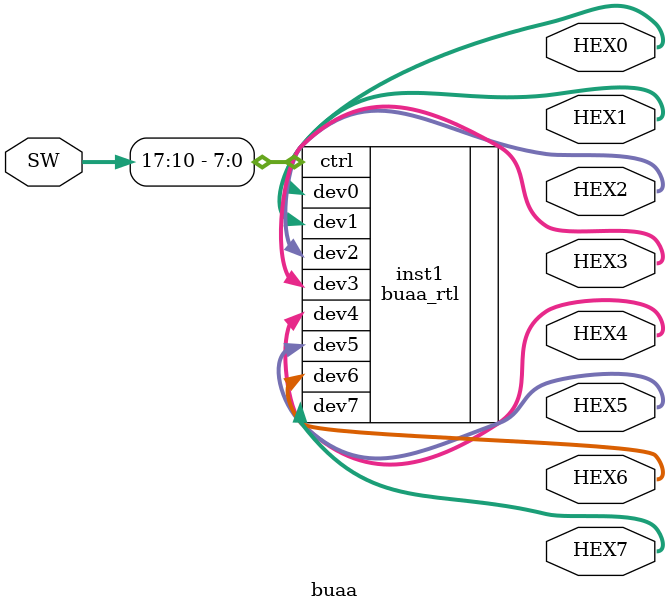
<source format=v>
module buaa(
    input [17:0] SW, 
    output [6:0] HEX0, 
    output [6:0] HEX1, 
    output [6:0] HEX2, 
    output [6:0] HEX3, 
    output [6:0] HEX4, 
    output [6:0] HEX5, 
    output [6:0] HEX6, 
    output [6:0] HEX7 
    );

buaa_rtl inst1 ( 
    .ctrl(SW[17: 10]),
    .dev0(HEX0),  
    .dev1(HEX1), 
    .dev2(HEX2),  
    .dev3(HEX3), 
    .dev4(HEX4),  
    .dev5(HEX5), 
    .dev6(HEX6),  
    .dev7(HEX7) 
);
endmodule
</source>
